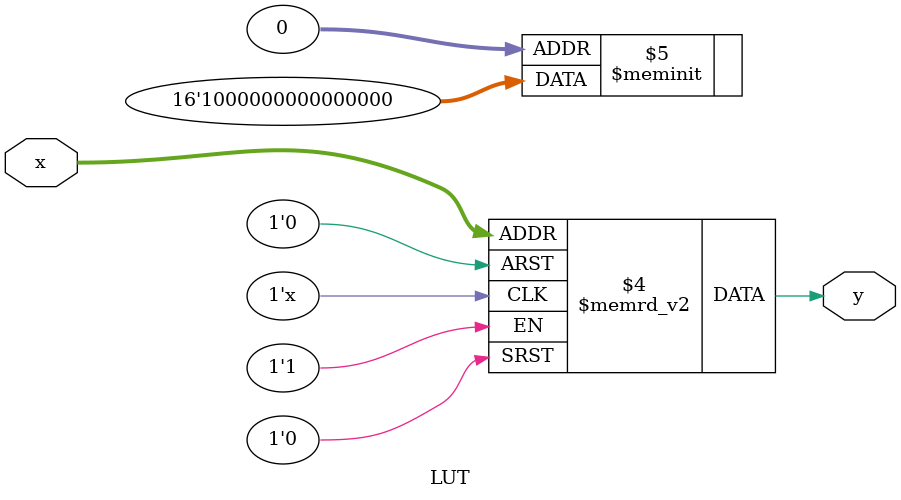
<source format=v>
module LUT
(
	input [3:0] x,
	output reg y
);

	always @* 
	begin
		case(x)
			 'b0000: y<= 0;
			 'b0001: y<= 0;
			 'b0010: y<= 0;
			 'b0011: y<= 0;
 			 'b0100: y<= 0;
			 'b0101: y<= 0;
			 'b0110: y<= 0;
			 'b0111: y<= 0;
			 'b1000: y<= 0;
			 'b1001: y<= 0;
			 'b1010: y<= 0;
			 'b1011: y<= 0;
 			 'b1100: y<= 0;
			 'b1101: y<= 0;
			 'b1110: y<= 0;
			 'b1111: y<= 1;
		endcase
	end

endmodule

</source>
